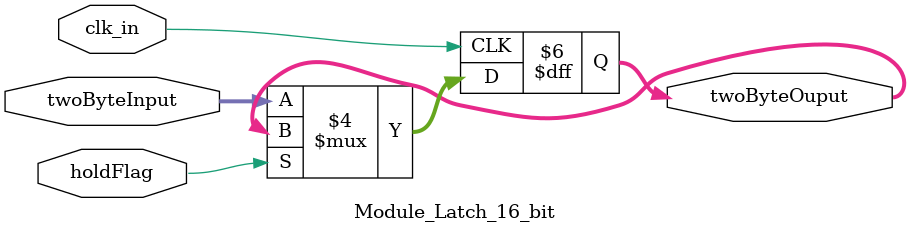
<source format=v>
/*******************************/
/*** Module_FrequencyDivider ***/
/*******************************/

module	Module_FrequencyDivider	(	clk_in,
					period,

					clk_out);

input		clk_in;
input	[29:0]	period;

output		clk_out;

reg		clk_out;

reg	[29:0]	counter;

always @(posedge clk_in) begin
	if (counter >= (period - 1)) begin
		counter = 0;
		clk_out = ~clk_out;
	end else
		counter = counter + 1;
end

endmodule

/**************************************/
/*** Module_SynchroCounter_8_bit_SR ***/
/**************************************/

module	Module_SynchroCounter_8_bit_SR	(	qzt_clk,
						clk_in,
						set,
						reset,
						presetValue,
						limit,

						out,
						carry);

input		qzt_clk;
input		clk_in;
input		set;
input		reset;
input	[7:0]	presetValue;
input	[7:0]	limit;

output	[7:0]	out;
output		carry;

reg	[7:0]	out;
reg		carry;

reg		clk_in_old;


always @(posedge qzt_clk) begin
	if (reset) begin
		out = 0;
		carry = 0;
	end else if (set) begin
		out = presetValue;
		carry = 0;
	end else if (!clk_in_old & clk_in) begin
		if (out >= (limit - 8'b00000001)) begin
			out = 0;
			carry = 1;
		end else if (out == 0) begin
			out = 1;
			carry = 0;
		end else
			out = out + 1;
	end

	clk_in_old = clk_in;
end

endmodule

/*********************************************/
/*** Module_Multiplexer_2_input_8_bit_sync ***/
/*********************************************/

module	Module_Multiplexer_2_input_8_bit_sync	(	clk_in,
							address,
							input_0,
							input_1,

							mux_output);

input		clk_in;
input		address;
input	[7:0]	input_0;
input	[7:0]	input_1;

output	[7:0]	mux_output;

reg	[7:0]	mux_output;

always @(posedge clk_in) begin
	mux_output = (address)? input_1 : input_0;
end

endmodule

/*****************************/
/*** Module_MonostableHold ***/
/*****************************/

`define		defaultN 	28'b111101000010010000	//	2.5 10^5 ===> 5 ms

module Module_Monostable	(	clk_in,
					monostable_input,
					N,

					monostable_output);

input		clk_in;
input		monostable_input;
input	[27:0]	N;

output		monostable_output;

reg		monostable_output = 0;

reg		monostable_input_old = 0;
reg 	[27:0]	counter = 0;

always @(posedge clk_in) begin
	if (counter == 0) begin
		if (!monostable_input_old & monostable_input) begin
			counter =((N)? N : `defaultN) - 1;
			monostable_output = 1;
		end else
			monostable_output = 0;
	end else
		counter = counter - 1;

	monostable_input_old = monostable_input;
end	

endmodule

/**********************************/
/*** Module_ToggleFlipFlop_sync ***/
/**********************************/

module Module_ToggleFlipFlop	(	clk_in,
					ff_input,

					ff_output);

input		clk_in;
input		ff_input;

output		ff_output;

reg		ff_output;

reg		ff_input_previous;

always @(posedge clk_in) begin
	if (!ff_input_previous & ff_input) begin
		ff_output = ~ff_output;
	end

	ff_input_previous = ff_input;
end	

endmodule

/***************************/
/*** Module_Latch_16_bit ***/
/***************************/

module	Module_Latch_16_bit	(	clk_in,
					holdFlag,
					twoByteInput,

					twoByteOuput);

input		clk_in;
input		holdFlag;
input	[15:0]	twoByteInput;

output	[15:0]	twoByteOuput;

reg	[15:0]	twoByteOuput;


always @(posedge clk_in) begin
	if (!holdFlag) twoByteOuput = twoByteInput;
end

endmodule

</source>
